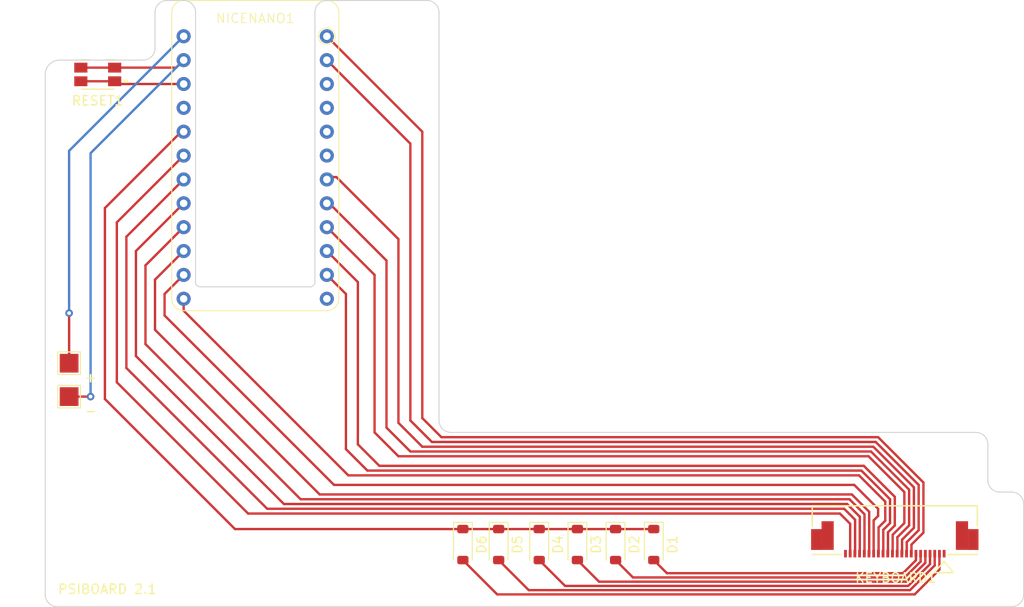
<source format=kicad_pcb>
(kicad_pcb (version 20241229) (generator "pcbnew") (generator_version "9.0")
  (layers (0 "F.Cu" signal) (2 "B.Cu" signal) (13 "F.Paste" user) (15 "B.Paste" user) (5 "F.SilkS" user "F.Silkscreen") (7 "B.SilkS" user "B.Silkscreen") (1 "F.Mask" user) (3 "B.Mask" user) (25 "Edge.Cuts" user))
  (net 0 "")
  (net 1 "ROW6-1")
  (net 2 "ROW6-2")
  (net 3 "ROW6-3")
  (net 4 "ROW6-4")
  (net 5 "ROW6-5")
  (net 6 "ROW6-6")
  (net 11 "ROW0")
  (net 12 "ROW1")
  (net 13 "ROW2")
  (net 14 "ROW3")
  (net 15 "ROW4")
  (net 16 "ROW5")
  (net 17 "ROW6")
  (net 18 "COL0")
  (net 19 "COL6")
  (net 20 "COL7")
  (net 21 "COL1")
  (net 22 "COL2")
  (net 23 "COL3")
  (net 24 "COL4")
  (net 25 "COL5")
  (net 26 "GND")
  (net 27 "RST")
  (net 28 "RAW")
  (footprint "Diode_SMD:D_SOD-123" (layer "F.Cu") (at 119.126 81.534 -90)
    (property "Reference" "D6" (at 0 -2 90) (layer "F.SilkS"))
    (property "Value" "1N4148W")
    (fp_line (start -2.36 1) (end 1.65 1) (stroke (width 0.12)) (layer "F.SilkS"))
    (fp_line (start -2.36 -1) (end -2.36 1) (stroke (width 0.12)) (layer "F.SilkS"))
    (fp_line (start -2.36 -1) (end 1.65 -1) (stroke (width 0.12)) (layer "F.SilkS"))
    (pad "1" smd roundrect (at -1.65 0 270) (size 0.9 1.2) (layers "F.Cu" "F.Mask" "F.Paste") (net 17 "ROW6"))
    (pad "2" smd roundrect (at 1.65 0 270) (size 0.9 1.2) (layers "F.Cu" "F.Mask" "F.Paste") (net 6 "ROW6-6"))
  )
  (footprint "Diode_SMD:D_SOD-123" (layer "F.Cu") (at 139.446 81.534 -90)
    (property "Reference" "D1" (at 0 -2 90) (layer "F.SilkS"))
    (property "Value" "1N4148W")
    (fp_line (start -2.36 1) (end 1.65 1) (stroke (width 0.12)) (layer "F.SilkS"))
    (fp_line (start -2.36 -1) (end -2.36 1) (stroke (width 0.12)) (layer "F.SilkS"))
    (fp_line (start -2.36 -1) (end 1.65 -1) (stroke (width 0.12)) (layer "F.SilkS"))
    (pad "1" smd roundrect (at -1.65 0 270) (size 0.9 1.2) (layers "F.Cu" "F.Mask" "F.Paste") (net 17 "ROW6"))
    (pad "2" smd roundrect (at 1.65 0 270) (size 0.9 1.2) (layers "F.Cu" "F.Mask" "F.Paste") (net 1 "ROW6-1"))
  )
  (footprint "EVQ-P7A01P:SW_EVQ-P7A01P" (layer "F.Cu") (at 80.264 31.496 180)
    (property "Reference" "RESET1" (at 0.022 -2.794 0) (layer "F.SilkS"))
    (property "Value" "EVQ-P7A01P")
    (fp_line (start 1.75 1.5635) (end 0.85 1.5635) (stroke (width 0.127)) (layer "F.SilkS"))
    (fp_line (start -0.85 1.5635) (end -1.75 1.5635) (stroke (width 0.127)) (layer "F.SilkS"))
    (fp_line (start -1.75 -1.5635) (end 1.75 -1.5635) (stroke (width 0.127)) (layer "F.SilkS"))
    (fp_circle (center -3 -0.725) (end -2.9 -0.725) (stroke (width 0.2)) (fill no) (layer "F.SilkS"))
    (pad "1_1" smd rect (at -1.8 -0.725 180) (size 1.4 1.05) (layers "F.Cu" "F.Mask" "F.Paste") (net 27 "RST"))
    (pad "1_2" smd rect (at 1.8 -0.725 180) (size 1.4 1.05) (layers "F.Cu" "F.Mask" "F.Paste") (net 27 "RST"))
    (pad "2_1" smd rect (at -1.8 0.725 180) (size 1.4 1.05) (layers "F.Cu" "F.Mask" "F.Paste") (net 26 "GND"))
    (pad "2_2" smd rect (at 1.8 0.725 180) (size 1.4 1.05) (layers "F.Cu" "F.Mask" "F.Paste") (net 26 "GND"))
  )
  (footprint "Diode_SMD:D_SOD-123" (layer "F.Cu") (at 135.382 81.534 -90)
    (property "Reference" "D2" (at 0 -2 90) (layer "F.SilkS"))
    (property "Value" "1N4148W")
    (fp_line (start -2.36 1) (end 1.65 1) (stroke (width 0.12)) (layer "F.SilkS"))
    (fp_line (start -2.36 -1) (end -2.36 1) (stroke (width 0.12)) (layer "F.SilkS"))
    (fp_line (start -2.36 -1) (end 1.65 -1) (stroke (width 0.12)) (layer "F.SilkS"))
    (pad "1" smd roundrect (at -1.65 0 270) (size 0.9 1.2) (layers "F.Cu" "F.Mask" "F.Paste") (net 17 "ROW6"))
    (pad "2" smd roundrect (at 1.65 0 270) (size 0.9 1.2) (layers "F.Cu" "F.Mask" "F.Paste") (net 2 "ROW6-2"))
  )
  (footprint "22-pin molex:CON_524352271_MOL" (layer "F.Cu") (at 165.1 80 180)
    (property "Reference" "KEYBOARD1" (at -0.1016 -5.08 0) (layer "F.SilkS"))
    (property "Value" "Conn_01x22")
    (fp_poly (pts (xy 7.8 -2.1) (xy 8.9 -2.1) (xy 8.9 0.1) (xy 7.8 0.1)) (stroke (width 0.0254)) (fill yes) (layer "F.Cu"))
    (fp_poly (pts (xy -7.8 -2.1) (xy -8.9 -2.1) (xy -8.9 0.1) (xy -7.8 0.1)) (stroke (width 0.0254)) (fill yes) (layer "F.Cu"))
    (fp_line (start 8.7884 2.5908) (end 8.7884 0.4064) (stroke (width 0.1524)) (layer "F.SilkS"))
    (fp_line (start 8.7884 -2.5908) (end 5.715 -2.5908) (stroke (width 0.1524)) (layer "F.SilkS"))
    (fp_line (start -4.2164 -4.5212) (end -5.2324 -3.3274) (stroke (width 0.1524)) (layer "F.SilkS"))
    (fp_line (start -5.715 -2.5908) (end -8.7884 -2.5908) (stroke (width 0.1524)) (layer "F.SilkS"))
    (fp_line (start -6.2484 -4.5212) (end -4.2164 -4.5212) (stroke (width 0.1524)) (layer "F.SilkS"))
    (fp_line (start -6.2484 -4.5212) (end -5.2324 -3.3274) (stroke (width 0.1524)) (layer "F.SilkS"))
    (fp_line (start -8.7884 2.5908) (end 8.7884 2.5908) (stroke (width 0.1524)) (layer "F.SilkS"))
    (fp_line (start -8.7884 0.4064) (end -8.7884 2.5908) (stroke (width 0.1524)) (layer "F.SilkS"))
    (pad "1" smd rect (at -5.24999 -2.5 180) (size 0.3 0.8) (layers "F.Cu" "F.Mask" "F.Paste"))
    (pad "2" smd rect (at -4.74999 -2.5 180) (size 0.3 0.8) (layers "F.Cu" "F.Mask" "F.Paste") (net 6 "ROW6-6"))
    (pad "3" smd rect (at -4.24999 -2.5 180) (size 0.3 0.8) (layers "F.Cu" "F.Mask" "F.Paste") (net 5 "ROW6-5"))
    (pad "4" smd rect (at -3.74999 -2.5 180) (size 0.3 0.8) (layers "F.Cu" "F.Mask" "F.Paste") (net 4 "ROW6-4"))
    (pad "5" smd rect (at -3.24999 -2.5 180) (size 0.3 0.8) (layers "F.Cu" "F.Mask" "F.Paste") (net 3 "ROW6-3"))
    (pad "6" smd rect (at -2.74999 -2.5 180) (size 0.3 0.8) (layers "F.Cu" "F.Mask" "F.Paste") (net 2 "ROW6-2"))
    (pad "7" smd rect (at -2.24999 -2.5 180) (size 0.3 0.8) (layers "F.Cu" "F.Mask" "F.Paste") (net 1 "ROW6-1"))
    (pad "8" smd rect (at -1.74999 -2.5 180) (size 0.3 0.8) (layers "F.Cu" "F.Mask" "F.Paste") (net 16 "ROW5"))
    (pad "9" smd rect (at -1.24999 -2.5 180) (size 0.3 0.8) (layers "F.Cu" "F.Mask" "F.Paste") (net 15 "ROW4"))
    (pad "10" smd rect (at -0.749988 -2.5 180) (size 0.3 0.8) (layers "F.Cu" "F.Mask" "F.Paste") (net 14 "ROW3"))
    (pad "11" smd rect (at -0.249991 -2.5 180) (size 0.3 0.8) (layers "F.Cu" "F.Mask" "F.Paste") (net 13 "ROW2"))
    (pad "12" smd rect (at 0.250009 -2.5 180) (size 0.3 0.8) (layers "F.Cu" "F.Mask" "F.Paste") (net 12 "ROW1"))
    (pad "13" smd rect (at 0.750012 -2.5 180) (size 0.3 0.8) (layers "F.Cu" "F.Mask" "F.Paste") (net 20 "COL7"))
    (pad "14" smd rect (at 1.25001 -2.5 180) (size 0.3 0.8) (layers "F.Cu" "F.Mask" "F.Paste") (net 19 "COL6"))
    (pad "15" smd rect (at 1.75001 -2.5 180) (size 0.3 0.8) (layers "F.Cu" "F.Mask" "F.Paste") (net 25 "COL5"))
    (pad "16" smd rect (at 2.25001 -2.5 180) (size 0.3 0.8) (layers "F.Cu" "F.Mask" "F.Paste") (net 11 "ROW0"))
    (pad "17" smd rect (at 2.75001 -2.5 180) (size 0.3 0.8) (layers "F.Cu" "F.Mask" "F.Paste") (net 24 "COL4"))
    (pad "18" smd rect (at 3.25001 -2.5 180) (size 0.3 0.8) (layers "F.Cu" "F.Mask" "F.Paste") (net 23 "COL3"))
    (pad "19" smd rect (at 3.75001 -2.5 180) (size 0.3 0.8) (layers "F.Cu" "F.Mask" "F.Paste") (net 22 "COL2"))
    (pad "20" smd rect (at 4.25001 -2.5 180) (size 0.3 0.8) (layers "F.Cu" "F.Mask" "F.Paste") (net 21 "COL1"))
    (pad "21" smd rect (at 4.75001 -2.5 180) (size 0.3 0.8) (layers "F.Cu" "F.Mask" "F.Paste") (net 18 "COL0"))
    (pad "22" smd rect (at 5.25001 -2.5 180) (size 0.3 0.8) (layers "F.Cu" "F.Mask" "F.Paste"))
    (pad "P1" smd rect (at -7.14999 -0.575 180) (size 1.3 3.05) (layers "F.Cu" "F.Mask" "F.Paste"))
    (pad "P2" smd rect (at 7.14999 -0.575 180) (size 1.3 3.05) (layers "F.Cu" "F.Mask" "F.Paste"))
  )
  (footprint "Diode_SMD:D_SOD-123" (layer "F.Cu") (at 131.318 81.534 -90)
    (property "Reference" "D3" (at 0 -2 90) (layer "F.SilkS"))
    (property "Value" "1N4148W")
    (fp_line (start -2.36 1) (end 1.65 1) (stroke (width 0.12)) (layer "F.SilkS"))
    (fp_line (start -2.36 -1) (end -2.36 1) (stroke (width 0.12)) (layer "F.SilkS"))
    (fp_line (start -2.36 -1) (end 1.65 -1) (stroke (width 0.12)) (layer "F.SilkS"))
    (pad "1" smd roundrect (at -1.65 0 270) (size 0.9 1.2) (layers "F.Cu" "F.Mask" "F.Paste") (net 17 "ROW6"))
    (pad "2" smd roundrect (at 1.65 0 270) (size 0.9 1.2) (layers "F.Cu" "F.Mask" "F.Paste") (net 3 "ROW6-3"))
  )
  (footprint "Diode_SMD:D_SOD-123" (layer "F.Cu") (at 122.936 81.534 -90)
    (property "Reference" "D5" (at 0 -2 90) (layer "F.SilkS"))
    (property "Value" "1N4148W")
    (fp_line (start -2.36 1) (end 1.65 1) (stroke (width 0.12)) (layer "F.SilkS"))
    (fp_line (start -2.36 -1) (end -2.36 1) (stroke (width 0.12)) (layer "F.SilkS"))
    (fp_line (start -2.36 -1) (end 1.65 -1) (stroke (width 0.12)) (layer "F.SilkS"))
    (pad "1" smd roundrect (at -1.65 0 270) (size 0.9 1.2) (layers "F.Cu" "F.Mask" "F.Paste") (net 17 "ROW6"))
    (pad "2" smd roundrect (at 1.65 0 270) (size 0.9 1.2) (layers "F.Cu" "F.Mask" "F.Paste") (net 5 "ROW6-5"))
  )
  (footprint "TestPoint:TestPoint_Pad_2.0x2.0mm" (layer "F.Cu") (at 77.216 62.23)
    (property "Reference" "J2" (hide yes))
    (property "Value" "BAT+")
    (fp_line (start -1.2 -1.2) (end 1.2 -1.2) (stroke (width 0.12)) (layer "F.SilkS"))
    (fp_line (start -1.2 1.2) (end -1.2 -1.2) (stroke (width 0.12)) (layer "F.SilkS"))
    (fp_line (start 1.2 -1.2) (end 1.2 1.2) (stroke (width 0.12)) (layer "F.SilkS"))
    (fp_line (start 1.2 1.2) (end -1.2 1.2) (stroke (width 0.12)) (layer "F.SilkS"))
    (fp_text user "+" (at 2.286 1.524 0) (layer "F.SilkS"))
    (pad "1" smd rect (at 0 0) (size 2 2) (layers "F.Cu" "F.Mask") (net 28 "RAW"))
  )
  (footprint "Diode_SMD:D_SOD-123" (layer "F.Cu") (at 127.254 81.534 -90)
    (property "Reference" "D4" (at 0 -2 90) (layer "F.SilkS"))
    (property "Value" "1N4148W")
    (fp_line (start -2.36 1) (end 1.65 1) (stroke (width 0.12)) (layer "F.SilkS"))
    (fp_line (start -2.36 -1) (end -2.36 1) (stroke (width 0.12)) (layer "F.SilkS"))
    (fp_line (start -2.36 -1) (end 1.65 -1) (stroke (width 0.12)) (layer "F.SilkS"))
    (pad "1" smd roundrect (at -1.65 0 270) (size 0.9 1.2) (layers "F.Cu" "F.Mask" "F.Paste") (net 17 "ROW6"))
    (pad "2" smd roundrect (at 1.65 0 270) (size 0.9 1.2) (layers "F.Cu" "F.Mask" "F.Paste") (net 4 "ROW6-4"))
  )
  (footprint "TestPoint:TestPoint_Pad_2.0x2.0mm" (layer "F.Cu") (at 77.216 65.786)
    (property "Reference" "J3" (hide yes))
    (property "Value" "BAT-")
    (fp_line (start -1.2 -1.2) (end 1.2 -1.2) (stroke (width 0.12)) (layer "F.SilkS"))
    (fp_line (start -1.2 1.2) (end -1.2 -1.2) (stroke (width 0.12)) (layer "F.SilkS"))
    (fp_line (start 1.2 -1.2) (end 1.2 1.2) (stroke (width 0.12)) (layer "F.SilkS"))
    (fp_line (start 1.2 1.2) (end -1.2 1.2) (stroke (width 0.12)) (layer "F.SilkS"))
    (fp_text user "-" (at 2.286 1.524 0) (layer "F.SilkS"))
    (pad "1" smd rect (at 0 0) (size 2 2) (layers "F.Cu" "F.Mask") (net 26 "GND"))
  )
  (footprint "Library:nice!nano" (layer "F.Cu") (at 97.028 40.132)
    (property "Reference" "NICENANO1" (at 0 -14.605 0) (layer "F.SilkS") (effects (font (thickness 0.1))))
    (property "Value" "nice!nano")
    (fp_line (start -8.89 15.24) (end -8.89 -15.24) (stroke (width 0.1)) (layer "F.SilkS"))
    (fp_line (start -7.62 -16.51) (end 7.62 -16.51) (stroke (width 0.1)) (layer "F.SilkS"))
    (fp_line (start 7.62 16.51) (end -7.62 16.51) (stroke (width 0.1)) (layer "F.SilkS"))
    (fp_line (start 8.89 -15.24) (end 8.89 15.24) (stroke (width 0.1)) (layer "F.SilkS"))
    (fp_arc (start -8.89 -15.24) (mid -8.518026 -16.138026) (end -7.62 -16.51) (stroke (width 0.1)) (layer "F.SilkS"))
    (fp_arc (start -7.62 16.51) (mid -8.518026 16.138026) (end -8.89 15.24) (stroke (width 0.1)) (layer "F.SilkS"))
    (fp_arc (start 7.62 -16.51) (mid 8.518026 -16.138026) (end 8.89 -15.24) (stroke (width 0.1)) (layer "F.SilkS"))
    (fp_arc (start 8.89 15.24) (mid 8.518026 16.138026) (end 7.62 16.51) (stroke (width 0.1)) (layer "F.SilkS"))
    (fp_circle (center 7.62 -12.7) (end 8.255 -12.065) (stroke (width 0.1)) (fill no) (layer "F.SilkS"))
    (pad "1" thru_hole circle (at 7.62 -12.7) (size 1.5 1.5) (drill 0.8) (layers "*.Cu" "*.Mask") (net 16 "ROW5"))
    (pad "2" thru_hole circle (at 7.62 -10.16) (size 1.5 1.5) (drill 0.8) (layers "*.Cu" "*.Mask") (net 15 "ROW4"))
    (pad "3" thru_hole circle (at 7.62 -7.62) (size 1.5 1.5) (drill 0.8) (layers "*.Cu" "*.Mask"))
    (pad "4" thru_hole circle (at 7.62 -5.08) (size 1.5 1.5) (drill 0.8) (layers "*.Cu" "*.Mask"))
    (pad "5" thru_hole circle (at 7.62 -2.54) (size 1.5 1.5) (drill 0.8) (layers "*.Cu" "*.Mask"))
    (pad "6" thru_hole circle (at 7.62 0) (size 1.5 1.5) (drill 0.8) (layers "*.Cu" "*.Mask"))
    (pad "7" thru_hole circle (at 7.62 2.54) (size 1.5 1.5) (drill 0.8) (layers "*.Cu" "*.Mask") (net 14 "ROW3"))
    (pad "8" thru_hole circle (at 7.62 5.08) (size 1.5 1.5) (drill 0.8) (layers "*.Cu" "*.Mask") (net 13 "ROW2"))
    (pad "9" thru_hole circle (at 7.62 7.62) (size 1.5 1.5) (drill 0.8) (layers "*.Cu" "*.Mask") (net 12 "ROW1"))
    (pad "10" thru_hole circle (at 7.62 10.16) (size 1.5 1.5) (drill 0.8) (layers "*.Cu" "*.Mask") (net 20 "COL7"))
    (pad "11" thru_hole circle (at 7.62 12.7) (size 1.5 1.5) (drill 0.8) (layers "*.Cu" "*.Mask") (net 19 "COL6"))
    (pad "12" thru_hole circle (at 7.62 15.24) (size 1.5 1.5) (drill 0.8) (layers "*.Cu" "*.Mask"))
    (pad "13" thru_hole circle (at -7.620001 15.240001) (size 1.5 1.5) (drill 0.8) (layers "*.Cu" "*.Mask") (net 25 "COL5"))
    (pad "14" thru_hole circle (at -7.62 12.7) (size 1.5 1.5) (drill 0.8) (layers "*.Cu" "*.Mask") (net 11 "ROW0"))
    (pad "15" thru_hole circle (at -7.62 10.16) (size 1.5 1.5) (drill 0.8) (layers "*.Cu" "*.Mask") (net 24 "COL4"))
    (pad "16" thru_hole circle (at -7.62 7.62) (size 1.5 1.5) (drill 0.8) (layers "*.Cu" "*.Mask") (net 23 "COL3"))
    (pad "17" thru_hole circle (at -7.62 5.08) (size 1.5 1.5) (drill 0.8) (layers "*.Cu" "*.Mask") (net 22 "COL2"))
    (pad "18" thru_hole circle (at -7.62 2.54) (size 1.5 1.5) (drill 0.8) (layers "*.Cu" "*.Mask") (net 21 "COL1"))
    (pad "19" thru_hole circle (at -7.62 0) (size 1.5 1.5) (drill 0.8) (layers "*.Cu" "*.Mask") (net 18 "COL0"))
    (pad "20" thru_hole circle (at -7.62 -2.54) (size 1.5 1.5) (drill 0.8) (layers "*.Cu" "*.Mask") (net 17 "ROW6"))
    (pad "21" thru_hole circle (at -7.62 -5.08) (size 1.5 1.5) (drill 0.8) (layers "*.Cu" "*.Mask"))
    (pad "22" thru_hole circle (at -7.62 -7.62) (size 1.5 1.5) (drill 0.8) (layers "*.Cu" "*.Mask") (net 27 "RST"))
    (pad "23" thru_hole circle (at -7.62 -10.16) (size 1.5 1.5) (drill 0.8) (layers "*.Cu" "*.Mask") (net 26 "GND"))
    (pad "24" thru_hole circle (at -7.62 -12.7) (size 1.5 1.5) (drill 0.8) (layers "*.Cu" "*.Mask") (net 28 "RAW"))
  )
  (gr_arc (start 177.546 75.946) (mid 178.444026 76.317974) (end 178.816 77.216) (stroke (width 0.1)) (layer "Edge.Cuts"))
  (gr_line (start 85.09 29.972001) (end 76.2 29.972001) (stroke (width 0.1)) (layer "Edge.Cuts"))
  (gr_line (start 177.546 88.138) (end 75.946 88.138) (stroke (width 0.1)) (layer "Edge.Cuts"))
  (gr_arc (start 91.186 54.102) (mid 90.82679 53.95321) (end 90.678 53.594) (stroke (width 0.1)) (layer "Edge.Cuts"))
  (gr_arc (start 86.36 24.892) (mid 86.731974 23.993974) (end 87.63 23.622) (stroke (width 0.1)) (layer "Edge.Cuts"))
  (gr_line (start 74.676 31.496) (end 74.676 86.868) (stroke (width 0.1)) (layer "Edge.Cuts"))
  (gr_line (start 102.87 54.102) (end 91.186 54.102) (stroke (width 0.1)) (layer "Edge.Cuts"))
  (gr_arc (start 89.407999 23.622001) (mid 90.306025 23.993975) (end 90.677999 24.892001) (stroke (width 0.1)) (layer "Edge.Cuts"))
  (gr_line (start 90.678 53.594) (end 90.678 24.892001) (stroke (width 0.1)) (layer "Edge.Cuts"))
  (gr_line (start 103.378002 24.892001) (end 103.378 53.594) (stroke (width 0.1)) (layer "Edge.Cuts"))
  (gr_line (start 177.546 75.946) (end 176.276 75.946) (stroke (width 0.1)) (layer "Edge.Cuts"))
  (gr_line (start 178.816 77.216) (end 178.816 86.868) (stroke (width 0.1)) (layer "Edge.Cuts"))
  (gr_line (start 117.856 69.596) (end 173.736 69.596) (stroke (width 0.1)) (layer "Edge.Cuts"))
  (gr_arc (start 86.360001 28.702) (mid 85.988026 29.600026) (end 85.09 29.972001) (stroke (width 0.1)) (layer "Edge.Cuts"))
  (gr_arc (start 75.946 88.138) (mid 75.047974 87.766026) (end 74.676 86.868) (stroke (width 0.1)) (layer "Edge.Cuts"))
  (gr_arc (start 117.856 69.596) (mid 116.957974 69.224026) (end 116.586 68.326) (stroke (width 0.1)) (layer "Edge.Cuts"))
  (gr_line (start 116.586 68.326) (end 116.586 24.892) (stroke (width 0.1)) (layer "Edge.Cuts"))
  (gr_arc (start 103.378 53.594) (mid 103.22921 53.95321) (end 102.87 54.102) (stroke (width 0.1)) (layer "Edge.Cuts"))
  (gr_arc (start 115.315999 23.622) (mid 116.214025 23.993974) (end 116.585999 24.892) (stroke (width 0.1)) (layer "Edge.Cuts"))
  (gr_line (start 86.360001 28.702) (end 86.36 24.892) (stroke (width 0.1)) (layer "Edge.Cuts"))
  (gr_line (start 89.407999 23.622001) (end 87.63 23.622001) (stroke (width 0.1)) (layer "Edge.Cuts"))
  (gr_arc (start 74.676001 31.496) (mid 75.12237 30.41837) (end 76.2 29.972001) (stroke (width 0.1)) (layer "Edge.Cuts"))
  (gr_arc (start 173.736 69.596) (mid 174.634026 69.967974) (end 175.006 70.866) (stroke (width 0.1)) (layer "Edge.Cuts"))
  (gr_arc (start 178.816 86.868) (mid 178.444026 87.766026) (end 177.546 88.138) (stroke (width 0.1)) (layer "Edge.Cuts"))
  (gr_arc (start 176.276 75.946) (mid 175.377974 75.574026) (end 175.006 74.676) (stroke (width 0.1)) (layer "Edge.Cuts"))
  (gr_line (start 115.316 23.622) (end 104.648001 23.622) (stroke (width 0.1)) (layer "Edge.Cuts"))
  (gr_line (start 175.006 70.866) (end 175.006 74.676) (stroke (width 0.1)) (layer "Edge.Cuts"))
  (gr_arc (start 103.378001 24.892001) (mid 103.749975 23.993975) (end 104.648001 23.622001) (stroke (width 0.1)) (layer "Edge.Cuts"))
  (gr_text "PSIBOARD 2.1" (at 75.946 86.868 0) (layer "F.SilkS") (effects (font (size 1 1)) (justify left bottom)))
  (segment (start 167.34999 82.5) (end 167.34999 83.202) (width 0.25) (layer "F.Cu") (net 1))
  (segment (start 165.96999 84.582) (end 140.844 84.582) (width 0.25) (layer "F.Cu") (net 1))
  (segment (start 140.844 84.582) (end 139.446 83.184) (width 0.25) (layer "F.Cu") (net 1))
  (segment (start 167.34999 83.202) (end 165.96999 84.582) (width 0.25) (layer "F.Cu") (net 1))
  (segment (start 137.231 85.033) (end 135.382 83.184) (width 0.25) (layer "F.Cu") (net 2))
  (segment (start 167.84999 82.5) (end 167.84999 83.33981) (width 0.25) (layer "F.Cu") (net 2))
  (segment (start 167.84999 83.33981) (end 166.1568 85.033) (width 0.25) (layer "F.Cu") (net 2))
  (segment (start 166.1568 85.033) (end 137.231 85.033) (width 0.25) (layer "F.Cu") (net 2))
  (segment (start 133.618 85.484) (end 131.318 83.184) (width 0.25) (layer "F.Cu") (net 3))
  (segment (start 168.34999 83.47762) (end 166.34361 85.484) (width 0.25) (layer "F.Cu") (net 3))
  (segment (start 166.34361 85.484) (end 133.618 85.484) (width 0.25) (layer "F.Cu") (net 3))
  (segment (start 168.34999 82.5) (end 168.34999 83.47762) (width 0.25) (layer "F.Cu") (net 3))
  (segment (start 168.84999 83.61543) (end 166.53042 85.935) (width 0.25) (layer "F.Cu") (net 4))
  (segment (start 168.84999 82.5) (end 168.84999 83.61543) (width 0.25) (layer "F.Cu") (net 4))
  (segment (start 130.005 85.935) (end 127.254 83.184) (width 0.25) (layer "F.Cu") (net 4))
  (segment (start 166.53042 85.935) (end 130.005 85.935) (width 0.25) (layer "F.Cu") (net 4))
  (segment (start 169.34999 83.75324) (end 169.34999 82.5) (width 0.25) (layer "F.Cu") (net 5))
  (segment (start 126.138 86.386) (end 166.71723 86.386) (width 0.25) (layer "F.Cu") (net 5))
  (segment (start 166.71723 86.386) (end 169.34999 83.75324) (width 0.25) (layer "F.Cu") (net 5))
  (segment (start 122.936 83.184) (end 126.138 86.386) (width 0.25) (layer "F.Cu") (net 5))
  (segment (start 119.126 83.184) (end 122.779 86.837) (width 0.25) (layer "F.Cu") (net 6))
  (segment (start 167.21499 86.837) (end 169.84999 84.202) (width 0.25) (layer "F.Cu") (net 6))
  (segment (start 122.779 86.837) (end 167.21499 86.837) (width 0.25) (layer "F.Cu") (net 6))
  (segment (start 169.84999 84.202) (end 169.84999 82.5) (width 0.25) (layer "F.Cu") (net 6))
  (segment (start 105.41 75.184) (end 87.376 57.15) (width 0.25) (layer "F.Cu") (net 11))
  (segment (start 163.322 78.486) (end 163.322 77.724) (width 0.25) (layer "F.Cu") (net 11))
  (segment (start 162.84999 82.5) (end 162.87399 82.476) (width 0.25) (layer "F.Cu") (net 11))
  (segment (start 87.376 57.15) (end 87.376 54.864) (width 0.25) (layer "F.Cu") (net 11))
  (segment (start 163.322 77.724) (end 160.782 75.184) (width 0.25) (layer "F.Cu") (net 11))
  (segment (start 162.84999 82.5) (end 162.84999 78.95801) (width 0.25) (layer "F.Cu") (net 11))
  (segment (start 160.782 75.184) (end 105.41 75.184) (width 0.25) (layer "F.Cu") (net 11))
  (segment (start 87.376 54.864) (end 89.408 52.832) (width 0.25) (layer "F.Cu") (net 11))
  (segment (start 162.84999 78.95801) (end 163.322 78.486) (width 0.25) (layer "F.Cu") (net 11))
  (segment (start 166.116 79.248) (end 166.116 75.946) (width 0.25) (layer "F.Cu") (net 12))
  (segment (start 109.728 69.596) (end 109.728 52.832) (width 0.25) (layer "F.Cu") (net 12))
  (segment (start 164.873991 82.476) (end 164.873991 80.490009) (width 0.25) (layer "F.Cu") (net 12))
  (segment (start 164.849991 82.5) (end 164.873991 82.476) (width 0.25) (layer "F.Cu") (net 12))
  (segment (start 166.116 75.946) (end 162.306 72.136) (width 0.25) (layer "F.Cu") (net 12))
  (segment (start 112.268 72.136) (end 109.728 69.596) (width 0.25) (layer "F.Cu") (net 12))
  (segment (start 162.306 72.136) (end 112.268 72.136) (width 0.25) (layer "F.Cu") (net 12))
  (segment (start 164.873991 80.490009) (end 166.116 79.248) (width 0.25) (layer "F.Cu") (net 12))
  (segment (start 109.728 52.832) (end 104.648 47.752) (width 0.25) (layer "F.Cu") (net 12))
  (segment (start 165.373988 80.752012) (end 166.624 79.502) (width 0.25) (layer "F.Cu") (net 13))
  (segment (start 110.998 69.088) (end 110.998 51.308) (width 0.25) (layer "F.Cu") (net 13))
  (segment (start 165.349991 82.5) (end 165.373988 82.476003) (width 0.25) (layer "F.Cu") (net 13))
  (segment (start 162.56 71.628) (end 113.538 71.628) (width 0.25) (layer "F.Cu") (net 13))
  (segment (start 110.998 51.308) (end 104.902 45.212) (width 0.25) (layer "F.Cu") (net 13))
  (segment (start 165.373988 82.476003) (end 165.373988 80.752012) (width 0.25) (layer "F.Cu") (net 13))
  (segment (start 166.624 75.692) (end 162.56 71.628) (width 0.25) (layer "F.Cu") (net 13))
  (segment (start 166.624 79.502) (end 166.624 75.692) (width 0.25) (layer "F.Cu") (net 13))
  (segment (start 113.538 71.628) (end 110.998 69.088) (width 0.25) (layer "F.Cu") (net 13))
  (segment (start 104.902 45.212) (end 104.648 45.212) (width 0.25) (layer "F.Cu") (net 13))
  (segment (start 165.87399 82.475998) (end 165.87399 81.01401) (width 0.25) (layer "F.Cu") (net 14))
  (segment (start 105.664 42.418) (end 104.902 42.418) (width 0.25) (layer "F.Cu") (net 14))
  (segment (start 162.814 71.12) (end 114.808 71.12) (width 0.25) (layer "F.Cu") (net 14))
  (segment (start 114.808 71.12) (end 112.268 68.58) (width 0.25) (layer "F.Cu") (net 14))
  (segment (start 167.132 75.438) (end 162.814 71.12) (width 0.25) (layer "F.Cu") (net 14))
  (segment (start 112.268 49.022) (end 105.664 42.418) (width 0.25) (layer "F.Cu") (net 14))
  (segment (start 104.902 42.418) (end 104.648 42.672) (width 0.25) (layer "F.Cu") (net 14))
  (segment (start 165.849988 82.5) (end 165.87399 82.475998) (width 0.25) (layer "F.Cu") (net 14))
  (segment (start 112.268 68.58) (end 112.268 49.022) (width 0.25) (layer "F.Cu") (net 14))
  (segment (start 167.132 79.756) (end 167.132 75.438) (width 0.25) (layer "F.Cu") (net 14))
  (segment (start 165.87399 81.01401) (end 167.132 79.756) (width 0.25) (layer "F.Cu") (net 14))
  (segment (start 167.64 75.184) (end 163.068 70.612) (width 0.25) (layer "F.Cu") (net 15))
  (segment (start 163.068 70.612) (end 115.824 70.612) (width 0.25) (layer "F.Cu") (net 15))
  (segment (start 166.34999 82.5) (end 166.37399 82.476) (width 0.25) (layer "F.Cu") (net 15))
  (segment (start 166.37399 82.476) (end 166.37399 81.27601) (width 0.25) (layer "F.Cu") (net 15))
  (segment (start 115.824 70.612) (end 113.538 68.326) (width 0.25) (layer "F.Cu") (net 15))
  (segment (start 113.538 38.862) (end 104.648 29.972) (width 0.25) (layer "F.Cu") (net 15))
  (segment (start 166.37399 81.27601) (end 167.64 80.01) (width 0.25) (layer "F.Cu") (net 15))
  (segment (start 113.538 68.326) (end 113.538 38.862) (width 0.25) (layer "F.Cu") (net 15))
  (segment (start 167.64 80.01) (end 167.64 75.184) (width 0.25) (layer "F.Cu") (net 15))
  (segment (start 114.808 68.072) (end 114.808 37.592) (width 0.25) (layer "F.Cu") (net 16))
  (segment (start 166.84999 82.5) (end 166.87399 82.476) (width 0.25) (layer "F.Cu") (net 16))
  (segment (start 116.84 70.104) (end 114.808 68.072) (width 0.25) (layer "F.Cu") (net 16))
  (segment (start 114.808 37.592) (end 104.648 27.432) (width 0.25) (layer "F.Cu") (net 16))
  (segment (start 166.87399 81.53801) (end 168.148 80.264) (width 0.25) (layer "F.Cu") (net 16))
  (segment (start 166.87399 82.476) (end 166.87399 81.53801) (width 0.25) (layer "F.Cu") (net 16))
  (segment (start 168.148 80.264) (end 168.148 74.93) (width 0.25) (layer "F.Cu") (net 16))
  (segment (start 163.322 70.104) (end 116.84 70.104) (width 0.25) (layer "F.Cu") (net 16))
  (segment (start 168.148 74.93) (end 163.322 70.104) (width 0.25) (layer "F.Cu") (net 16))
  (segment (start 139.446 79.884) (end 139.32 80.01) (width 0.25) (layer "F.Cu") (net 17))
  (segment (start 131.318 79.884) (end 127.254 79.884) (width 0.25) (layer "F.Cu") (net 17))
  (segment (start 127.254 79.884) (end 122.936 79.884) (width 0.25) (layer "F.Cu") (net 17))
  (segment (start 119.126 79.884) (end 94.87 79.884) (width 0.25) (layer "F.Cu") (net 17))
  (segment (start 135.382 79.884) (end 131.318 79.884) (width 0.25) (layer "F.Cu") (net 17))
  (segment (start 122.936 79.884) (end 119.126 79.884) (width 0.25) (layer "F.Cu") (net 17))
  (segment (start 89.154 37.592) (end 89.408 37.592) (width 0.25) (layer "F.Cu") (net 17))
  (segment (start 131.318 79.884) (end 131.192 79.884) (width 0.25) (layer "F.Cu") (net 17))
  (segment (start 81.026 45.72) (end 89.154 37.592) (width 0.25) (layer "F.Cu") (net 17))
  (segment (start 131.444 80.01) (end 131.318 79.884) (width 0.25) (layer "F.Cu") (net 17))
  (segment (start 94.87 79.884) (end 81.026 66.04) (width 0.25) (layer "F.Cu") (net 17))
  (segment (start 131.192 79.884) (end 131.064 79.756) (width 0.25) (layer "F.Cu") (net 17))
  (segment (start 139.446 79.884) (end 135.382 79.884) (width 0.25) (layer "F.Cu") (net 17))
  (segment (start 81.026 66.04) (end 81.026 45.72) (width 0.25) (layer "F.Cu") (net 17))
  (segment (start 96.266 78.232) (end 82.296 64.262) (width 0.25) (layer "F.Cu") (net 18))
  (segment (start 82.296 47.244) (end 89.408 40.132) (width 0.25) (layer "F.Cu") (net 18))
  (segment (start 82.296 64.262) (end 82.296 47.244) (width 0.25) (layer "F.Cu") (net 18))
  (segment (start 160.34999 82.5) (end 160.34999 79.32399) (width 0.25) (layer "F.Cu") (net 18))
  (segment (start 160.34999 82.5) (end 160.32599 82.476) (width 0.25) (layer "F.Cu") (net 18))
  (segment (start 159.258 78.232) (end 96.266 78.232) (width 0.25) (layer "F.Cu") (net 18))
  (segment (start 160.34999 79.32399) (end 159.258 78.232) (width 0.25) (layer "F.Cu") (net 18))
  (segment (start 108.966 73.66) (end 106.68 71.374) (width 0.25) (layer "F.Cu") (net 19))
  (segment (start 163.873988 79.966012) (end 164.592 79.248) (width 0.25) (layer "F.Cu") (net 19))
  (segment (start 164.592 76.708) (end 161.544 73.66) (width 0.25) (layer "F.Cu") (net 19))
  (segment (start 106.68 71.374) (end 106.68 54.864) (width 0.25) (layer "F.Cu") (net 19))
  (segment (start 164.592 79.248) (end 164.592 76.708) (width 0.25) (layer "F.Cu") (net 19))
  (segment (start 163.873988 82.476002) (end 163.873988 79.966012) (width 0.25) (layer "F.Cu") (net 19))
  (segment (start 106.68 54.864) (end 104.648 52.832) (width 0.25) (layer "F.Cu") (net 19))
  (segment (start 163.84999 82.5) (end 163.873988 82.476002) (width 0.25) (layer "F.Cu") (net 19))
  (segment (start 161.544 73.66) (end 108.966 73.66) (width 0.25) (layer "F.Cu") (net 19))
  (segment (start 165.1 79.502) (end 165.1 76.454) (width 0.25) (layer "F.Cu") (net 20))
  (segment (start 164.373991 82.475997) (end 164.373991 80.228009) (width 0.25) (layer "F.Cu") (net 20))
  (segment (start 164.349988 82.5) (end 164.373991 82.475997) (width 0.25) (layer "F.Cu") (net 20))
  (segment (start 161.798 73.152) (end 110.236 73.152) (width 0.25) (layer "F.Cu") (net 20))
  (segment (start 107.95 53.594) (end 104.648 50.292) (width 0.25) (layer "F.Cu") (net 20))
  (segment (start 107.95 70.866) (end 107.95 53.594) (width 0.25) (layer "F.Cu") (net 20))
  (segment (start 164.373991 80.228009) (end 165.1 79.502) (width 0.25) (layer "F.Cu") (net 20))
  (segment (start 165.1 76.454) (end 161.798 73.152) (width 0.25) (layer "F.Cu") (net 20))
  (segment (start 110.236 73.152) (end 107.95 70.866) (width 0.25) (layer "F.Cu") (net 20))
  (segment (start 159.70722 77.724) (end 98.298 77.724) (width 0.25) (layer "F.Cu") (net 21))
  (segment (start 83.312 62.738) (end 83.312 48.768) (width 0.25) (layer "F.Cu") (net 21))
  (segment (start 160.87399 78.89077) (end 159.70722 77.724) (width 0.25) (layer "F.Cu") (net 21))
  (segment (start 98.298 77.724) (end 83.312 62.738) (width 0.25) (layer "F.Cu") (net 21))
  (segment (start 160.84999 82.5) (end 160.87399 82.476) (width 0.25) (layer "F.Cu") (net 21))
  (segment (start 160.87399 82.476) (end 160.87399 78.89077) (width 0.25) (layer "F.Cu") (net 21))
  (segment (start 83.312 48.768) (end 89.408 42.672) (width 0.25) (layer "F.Cu") (net 21))
  (segment (start 84.328 50.292) (end 89.408 45.212) (width 0.25) (layer "F.Cu") (net 22))
  (segment (start 84.328 61.468) (end 84.328 50.292) (width 0.25) (layer "F.Cu") (net 22))
  (segment (start 161.37399 82.476) (end 161.37399 78.56999) (width 0.25) (layer "F.Cu") (net 22))
  (segment (start 161.34999 82.5) (end 161.37399 82.476) (width 0.25) (layer "F.Cu") (net 22))
  (segment (start 100.076 77.216) (end 84.328 61.468) (width 0.25) (layer "F.Cu") (net 22))
  (segment (start 161.37399 78.56999) (end 160.02 77.216) (width 0.25) (layer "F.Cu") (net 22))
  (segment (start 160.02 77.216) (end 100.076 77.216) (width 0.25) (layer "F.Cu") (net 22))
  (segment (start 85.344 60.198) (end 85.344 51.816) (width 0.25) (layer "F.Cu") (net 23))
  (segment (start 161.87399 82.476) (end 161.87399 78.30799) (width 0.25) (layer "F.Cu") (net 23))
  (segment (start 85.344 51.816) (end 89.408 47.752) (width 0.25) (layer "F.Cu") (net 23))
  (segment (start 101.854 76.708) (end 85.344 60.198) (width 0.25) (layer "F.Cu") (net 23))
  (segment (start 161.87399 78.30799) (end 160.274 76.708) (width 0.25) (layer "F.Cu") (net 23))
  (segment (start 160.274 76.708) (end 101.854 76.708) (width 0.25) (layer "F.Cu") (net 23))
  (segment (start 161.84999 82.5) (end 161.87399 82.476) (width 0.25) (layer "F.Cu") (net 23))
  (segment (start 86.36 58.674) (end 86.36 53.34) (width 0.25) (layer "F.Cu") (net 24))
  (segment (start 160.528 76.2) (end 103.886 76.2) (width 0.25) (layer "F.Cu") (net 24))
  (segment (start 162.37399 82.476) (end 162.37399 78.04599) (width 0.25) (layer "F.Cu") (net 24))
  (segment (start 103.886 76.2) (end 86.36 58.674) (width 0.25) (layer "F.Cu") (net 24))
  (segment (start 162.34999 82.5) (end 162.37399 82.476) (width 0.25) (layer "F.Cu") (net 24))
  (segment (start 86.36 53.34) (end 89.408 50.292) (width 0.25) (layer "F.Cu") (net 24))
  (segment (start 162.37399 78.04599) (end 160.528 76.2) (width 0.25) (layer "F.Cu") (net 24))
  (segment (start 163.37399 82.476) (end 163.37399 79.70401) (width 0.25) (layer "F.Cu") (net 25))
  (segment (start 164.084 76.962) (end 161.29 74.168) (width 0.25) (layer "F.Cu") (net 25))
  (segment (start 89.407999 56.641999) (end 89.407999 55.372001) (width 0.25) (layer "F.Cu") (net 25))
  (segment (start 163.37399 79.70401) (end 164.084 78.994) (width 0.25) (layer "F.Cu") (net 25))
  (segment (start 163.34999 82.5) (end 163.37399 82.476) (width 0.25) (layer "F.Cu") (net 25))
  (segment (start 161.29 74.168) (end 106.934 74.168) (width 0.25) (layer "F.Cu") (net 25))
  (segment (start 106.934 74.168) (end 89.407999 56.641999) (width 0.25) (layer "F.Cu") (net 25))
  (segment (start 164.084 78.994) (end 164.084 76.962) (width 0.25) (layer "F.Cu") (net 25))
  (segment (start 82.064 30.771) (end 78.464 30.771) (width 0.25) (layer "F.Cu") (net 26))
  (segment (start 79.502 65.786) (end 77.216 65.786) (width 0.25) (layer "F.Cu") (net 26))
  (segment (start 89.408 29.972) (end 88.609 30.771) (width 0.25) (layer "F.Cu") (net 26))
  (segment (start 88.609 30.771) (end 82.064 30.771) (width 0.25) (layer "F.Cu") (net 26))
  (via (at 79.502 65.786) (size 0.8) (drill 0.4) (layers "F.Cu" "B.Cu") (net 26))
  (segment (start 79.502 65.786) (end 79.502 39.878) (width 0.25) (layer "B.Cu") (net 26))
  (segment (start 79.502 39.878) (end 89.408 29.972) (width 0.25) (layer "B.Cu") (net 26))
  (segment (start 82.355 32.512) (end 82.064 32.221) (width 0.25) (layer "F.Cu") (net 27))
  (segment (start 89.408 32.512) (end 82.355 32.512) (width 0.25) (layer "F.Cu") (net 27))
  (segment (start 82.064 32.221) (end 78.464 32.221) (width 0.25) (layer "F.Cu") (net 27))
  (segment (start 77.216 56.896) (end 77.216 62.23) (width 0.25) (layer "F.Cu") (net 28))
  (via (at 77.216 56.896) (size 0.8) (drill 0.4) (layers "F.Cu" "B.Cu") (net 28))
  (segment (start 77.216 56.896) (end 77.216 39.624) (width 0.25) (layer "B.Cu") (net 28))
  (segment (start 77.216 39.624) (end 89.408 27.432) (width 0.25) (layer "B.Cu") (net 28))
)
</source>
